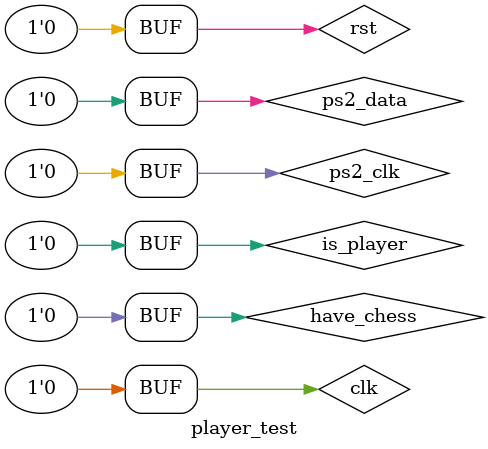
<source format=v>
`timescale 1ns / 1ps


module player_test;

	// Inputs
	reg clk;
	reg rst;
	reg ps2_clk;
	reg ps2_data;
	reg is_player;
	reg have_chess;

	// Outputs
	wire [224:0] disp;
	wire [3:0] choose_row;
	wire [3:0] choose_col;
	wire pressed;

	// Instantiate the Unit Under Test (UUT)
	player uut (
		.clk(clk), 
		.rst(rst), 
		.ps2_clk(ps2_clk), 
		.ps2_data(ps2_data), 
		.is_player(is_player), 
		.have_chess(have_chess), 
		.disp(disp), 
		.choose_row(choose_row), 
		.choose_col(choose_col), 
		.pressed(pressed)
	);

	initial begin
		// Initialize Inputs
		clk = 0;
		rst = 0;
		ps2_clk = 0;
		ps2_data = 0;
		is_player = 0;
		have_chess = 0;

		// Wait 100 ns for global reset to finish
		#100;
        
		// Add stimulus here

	end
      
endmodule


</source>
